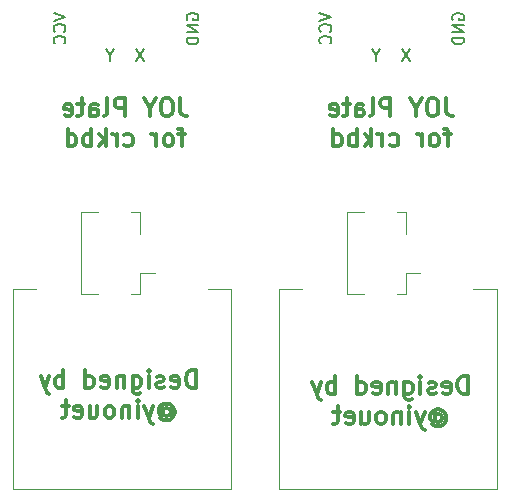
<source format=gbr>
%TF.GenerationSoftware,KiCad,Pcbnew,(5.1.10-1-10_14)*%
%TF.CreationDate,2021-07-07T23:54:26+09:00*%
%TF.ProjectId,StickPlate,53746963-6b50-46c6-9174-652e6b696361,rev?*%
%TF.SameCoordinates,Original*%
%TF.FileFunction,Legend,Bot*%
%TF.FilePolarity,Positive*%
%FSLAX46Y46*%
G04 Gerber Fmt 4.6, Leading zero omitted, Abs format (unit mm)*
G04 Created by KiCad (PCBNEW (5.1.10-1-10_14)) date 2021-07-07 23:54:26*
%MOMM*%
%LPD*%
G01*
G04 APERTURE LIST*
%ADD10C,0.120000*%
%ADD11C,0.300000*%
%ADD12C,0.150000*%
G04 APERTURE END LIST*
D10*
X150500000Y-96250000D02*
X148500000Y-96250000D01*
X173000000Y-96250000D02*
X171000000Y-96250000D01*
D11*
X146178571Y-80153571D02*
X146178571Y-81225000D01*
X146250000Y-81439285D01*
X146392857Y-81582142D01*
X146607142Y-81653571D01*
X146750000Y-81653571D01*
X145178571Y-80153571D02*
X144892857Y-80153571D01*
X144750000Y-80225000D01*
X144607142Y-80367857D01*
X144535714Y-80653571D01*
X144535714Y-81153571D01*
X144607142Y-81439285D01*
X144750000Y-81582142D01*
X144892857Y-81653571D01*
X145178571Y-81653571D01*
X145321428Y-81582142D01*
X145464285Y-81439285D01*
X145535714Y-81153571D01*
X145535714Y-80653571D01*
X145464285Y-80367857D01*
X145321428Y-80225000D01*
X145178571Y-80153571D01*
X143607142Y-80939285D02*
X143607142Y-81653571D01*
X144107142Y-80153571D02*
X143607142Y-80939285D01*
X143107142Y-80153571D01*
X141464285Y-81653571D02*
X141464285Y-80153571D01*
X140892857Y-80153571D01*
X140750000Y-80225000D01*
X140678571Y-80296428D01*
X140607142Y-80439285D01*
X140607142Y-80653571D01*
X140678571Y-80796428D01*
X140750000Y-80867857D01*
X140892857Y-80939285D01*
X141464285Y-80939285D01*
X139750000Y-81653571D02*
X139892857Y-81582142D01*
X139964285Y-81439285D01*
X139964285Y-80153571D01*
X138535714Y-81653571D02*
X138535714Y-80867857D01*
X138607142Y-80725000D01*
X138750000Y-80653571D01*
X139035714Y-80653571D01*
X139178571Y-80725000D01*
X138535714Y-81582142D02*
X138678571Y-81653571D01*
X139035714Y-81653571D01*
X139178571Y-81582142D01*
X139250000Y-81439285D01*
X139250000Y-81296428D01*
X139178571Y-81153571D01*
X139035714Y-81082142D01*
X138678571Y-81082142D01*
X138535714Y-81010714D01*
X138035714Y-80653571D02*
X137464285Y-80653571D01*
X137821428Y-80153571D02*
X137821428Y-81439285D01*
X137750000Y-81582142D01*
X137607142Y-81653571D01*
X137464285Y-81653571D01*
X136392857Y-81582142D02*
X136535714Y-81653571D01*
X136821428Y-81653571D01*
X136964285Y-81582142D01*
X137035714Y-81439285D01*
X137035714Y-80867857D01*
X136964285Y-80725000D01*
X136821428Y-80653571D01*
X136535714Y-80653571D01*
X136392857Y-80725000D01*
X136321428Y-80867857D01*
X136321428Y-81010714D01*
X137035714Y-81153571D01*
X146571428Y-83203571D02*
X146000000Y-83203571D01*
X146357142Y-84203571D02*
X146357142Y-82917857D01*
X146285714Y-82775000D01*
X146142857Y-82703571D01*
X146000000Y-82703571D01*
X145285714Y-84203571D02*
X145428571Y-84132142D01*
X145500000Y-84060714D01*
X145571428Y-83917857D01*
X145571428Y-83489285D01*
X145500000Y-83346428D01*
X145428571Y-83275000D01*
X145285714Y-83203571D01*
X145071428Y-83203571D01*
X144928571Y-83275000D01*
X144857142Y-83346428D01*
X144785714Y-83489285D01*
X144785714Y-83917857D01*
X144857142Y-84060714D01*
X144928571Y-84132142D01*
X145071428Y-84203571D01*
X145285714Y-84203571D01*
X144142857Y-84203571D02*
X144142857Y-83203571D01*
X144142857Y-83489285D02*
X144071428Y-83346428D01*
X144000000Y-83275000D01*
X143857142Y-83203571D01*
X143714285Y-83203571D01*
X141428571Y-84132142D02*
X141571428Y-84203571D01*
X141857142Y-84203571D01*
X142000000Y-84132142D01*
X142071428Y-84060714D01*
X142142857Y-83917857D01*
X142142857Y-83489285D01*
X142071428Y-83346428D01*
X142000000Y-83275000D01*
X141857142Y-83203571D01*
X141571428Y-83203571D01*
X141428571Y-83275000D01*
X140785714Y-84203571D02*
X140785714Y-83203571D01*
X140785714Y-83489285D02*
X140714285Y-83346428D01*
X140642857Y-83275000D01*
X140500000Y-83203571D01*
X140357142Y-83203571D01*
X139857142Y-84203571D02*
X139857142Y-82703571D01*
X139714285Y-83632142D02*
X139285714Y-84203571D01*
X139285714Y-83203571D02*
X139857142Y-83775000D01*
X138642857Y-84203571D02*
X138642857Y-82703571D01*
X138642857Y-83275000D02*
X138500000Y-83203571D01*
X138214285Y-83203571D01*
X138071428Y-83275000D01*
X138000000Y-83346428D01*
X137928571Y-83489285D01*
X137928571Y-83917857D01*
X138000000Y-84060714D01*
X138071428Y-84132142D01*
X138214285Y-84203571D01*
X138500000Y-84203571D01*
X138642857Y-84132142D01*
X136642857Y-84203571D02*
X136642857Y-82703571D01*
X136642857Y-84132142D02*
X136785714Y-84203571D01*
X137071428Y-84203571D01*
X137214285Y-84132142D01*
X137285714Y-84060714D01*
X137357142Y-83917857D01*
X137357142Y-83489285D01*
X137285714Y-83346428D01*
X137214285Y-83275000D01*
X137071428Y-83203571D01*
X136785714Y-83203571D01*
X136642857Y-83275000D01*
X170500000Y-105153571D02*
X170500000Y-103653571D01*
X170142857Y-103653571D01*
X169928571Y-103725000D01*
X169785714Y-103867857D01*
X169714285Y-104010714D01*
X169642857Y-104296428D01*
X169642857Y-104510714D01*
X169714285Y-104796428D01*
X169785714Y-104939285D01*
X169928571Y-105082142D01*
X170142857Y-105153571D01*
X170500000Y-105153571D01*
X168428571Y-105082142D02*
X168571428Y-105153571D01*
X168857142Y-105153571D01*
X169000000Y-105082142D01*
X169071428Y-104939285D01*
X169071428Y-104367857D01*
X169000000Y-104225000D01*
X168857142Y-104153571D01*
X168571428Y-104153571D01*
X168428571Y-104225000D01*
X168357142Y-104367857D01*
X168357142Y-104510714D01*
X169071428Y-104653571D01*
X167785714Y-105082142D02*
X167642857Y-105153571D01*
X167357142Y-105153571D01*
X167214285Y-105082142D01*
X167142857Y-104939285D01*
X167142857Y-104867857D01*
X167214285Y-104725000D01*
X167357142Y-104653571D01*
X167571428Y-104653571D01*
X167714285Y-104582142D01*
X167785714Y-104439285D01*
X167785714Y-104367857D01*
X167714285Y-104225000D01*
X167571428Y-104153571D01*
X167357142Y-104153571D01*
X167214285Y-104225000D01*
X166500000Y-105153571D02*
X166500000Y-104153571D01*
X166500000Y-103653571D02*
X166571428Y-103725000D01*
X166500000Y-103796428D01*
X166428571Y-103725000D01*
X166500000Y-103653571D01*
X166500000Y-103796428D01*
X165142857Y-104153571D02*
X165142857Y-105367857D01*
X165214285Y-105510714D01*
X165285714Y-105582142D01*
X165428571Y-105653571D01*
X165642857Y-105653571D01*
X165785714Y-105582142D01*
X165142857Y-105082142D02*
X165285714Y-105153571D01*
X165571428Y-105153571D01*
X165714285Y-105082142D01*
X165785714Y-105010714D01*
X165857142Y-104867857D01*
X165857142Y-104439285D01*
X165785714Y-104296428D01*
X165714285Y-104225000D01*
X165571428Y-104153571D01*
X165285714Y-104153571D01*
X165142857Y-104225000D01*
X164428571Y-104153571D02*
X164428571Y-105153571D01*
X164428571Y-104296428D02*
X164357142Y-104225000D01*
X164214285Y-104153571D01*
X164000000Y-104153571D01*
X163857142Y-104225000D01*
X163785714Y-104367857D01*
X163785714Y-105153571D01*
X162500000Y-105082142D02*
X162642857Y-105153571D01*
X162928571Y-105153571D01*
X163071428Y-105082142D01*
X163142857Y-104939285D01*
X163142857Y-104367857D01*
X163071428Y-104225000D01*
X162928571Y-104153571D01*
X162642857Y-104153571D01*
X162500000Y-104225000D01*
X162428571Y-104367857D01*
X162428571Y-104510714D01*
X163142857Y-104653571D01*
X161142857Y-105153571D02*
X161142857Y-103653571D01*
X161142857Y-105082142D02*
X161285714Y-105153571D01*
X161571428Y-105153571D01*
X161714285Y-105082142D01*
X161785714Y-105010714D01*
X161857142Y-104867857D01*
X161857142Y-104439285D01*
X161785714Y-104296428D01*
X161714285Y-104225000D01*
X161571428Y-104153571D01*
X161285714Y-104153571D01*
X161142857Y-104225000D01*
X159285714Y-105153571D02*
X159285714Y-103653571D01*
X159285714Y-104225000D02*
X159142857Y-104153571D01*
X158857142Y-104153571D01*
X158714285Y-104225000D01*
X158642857Y-104296428D01*
X158571428Y-104439285D01*
X158571428Y-104867857D01*
X158642857Y-105010714D01*
X158714285Y-105082142D01*
X158857142Y-105153571D01*
X159142857Y-105153571D01*
X159285714Y-105082142D01*
X158071428Y-104153571D02*
X157714285Y-105153571D01*
X157357142Y-104153571D02*
X157714285Y-105153571D01*
X157857142Y-105510714D01*
X157928571Y-105582142D01*
X158071428Y-105653571D01*
X167714285Y-106989285D02*
X167785714Y-106917857D01*
X167928571Y-106846428D01*
X168071428Y-106846428D01*
X168214285Y-106917857D01*
X168285714Y-106989285D01*
X168357142Y-107132142D01*
X168357142Y-107275000D01*
X168285714Y-107417857D01*
X168214285Y-107489285D01*
X168071428Y-107560714D01*
X167928571Y-107560714D01*
X167785714Y-107489285D01*
X167714285Y-107417857D01*
X167714285Y-106846428D02*
X167714285Y-107417857D01*
X167642857Y-107489285D01*
X167571428Y-107489285D01*
X167428571Y-107417857D01*
X167357142Y-107275000D01*
X167357142Y-106917857D01*
X167500000Y-106703571D01*
X167714285Y-106560714D01*
X168000000Y-106489285D01*
X168285714Y-106560714D01*
X168500000Y-106703571D01*
X168642857Y-106917857D01*
X168714285Y-107203571D01*
X168642857Y-107489285D01*
X168500000Y-107703571D01*
X168285714Y-107846428D01*
X168000000Y-107917857D01*
X167714285Y-107846428D01*
X167500000Y-107703571D01*
X166857142Y-106703571D02*
X166500000Y-107703571D01*
X166142857Y-106703571D02*
X166500000Y-107703571D01*
X166642857Y-108060714D01*
X166714285Y-108132142D01*
X166857142Y-108203571D01*
X165571428Y-107703571D02*
X165571428Y-106703571D01*
X165571428Y-106203571D02*
X165642857Y-106275000D01*
X165571428Y-106346428D01*
X165500000Y-106275000D01*
X165571428Y-106203571D01*
X165571428Y-106346428D01*
X164857142Y-106703571D02*
X164857142Y-107703571D01*
X164857142Y-106846428D02*
X164785714Y-106775000D01*
X164642857Y-106703571D01*
X164428571Y-106703571D01*
X164285714Y-106775000D01*
X164214285Y-106917857D01*
X164214285Y-107703571D01*
X163285714Y-107703571D02*
X163428571Y-107632142D01*
X163500000Y-107560714D01*
X163571428Y-107417857D01*
X163571428Y-106989285D01*
X163500000Y-106846428D01*
X163428571Y-106775000D01*
X163285714Y-106703571D01*
X163071428Y-106703571D01*
X162928571Y-106775000D01*
X162857142Y-106846428D01*
X162785714Y-106989285D01*
X162785714Y-107417857D01*
X162857142Y-107560714D01*
X162928571Y-107632142D01*
X163071428Y-107703571D01*
X163285714Y-107703571D01*
X161500000Y-106703571D02*
X161500000Y-107703571D01*
X162142857Y-106703571D02*
X162142857Y-107489285D01*
X162071428Y-107632142D01*
X161928571Y-107703571D01*
X161714285Y-107703571D01*
X161571428Y-107632142D01*
X161500000Y-107560714D01*
X160214285Y-107632142D02*
X160357142Y-107703571D01*
X160642857Y-107703571D01*
X160785714Y-107632142D01*
X160857142Y-107489285D01*
X160857142Y-106917857D01*
X160785714Y-106775000D01*
X160642857Y-106703571D01*
X160357142Y-106703571D01*
X160214285Y-106775000D01*
X160142857Y-106917857D01*
X160142857Y-107060714D01*
X160857142Y-107203571D01*
X159714285Y-106703571D02*
X159142857Y-106703571D01*
X159500000Y-106203571D02*
X159500000Y-107489285D01*
X159428571Y-107632142D01*
X159285714Y-107703571D01*
X159142857Y-107703571D01*
X147500000Y-104653571D02*
X147500000Y-103153571D01*
X147142857Y-103153571D01*
X146928571Y-103225000D01*
X146785714Y-103367857D01*
X146714285Y-103510714D01*
X146642857Y-103796428D01*
X146642857Y-104010714D01*
X146714285Y-104296428D01*
X146785714Y-104439285D01*
X146928571Y-104582142D01*
X147142857Y-104653571D01*
X147500000Y-104653571D01*
X145428571Y-104582142D02*
X145571428Y-104653571D01*
X145857142Y-104653571D01*
X146000000Y-104582142D01*
X146071428Y-104439285D01*
X146071428Y-103867857D01*
X146000000Y-103725000D01*
X145857142Y-103653571D01*
X145571428Y-103653571D01*
X145428571Y-103725000D01*
X145357142Y-103867857D01*
X145357142Y-104010714D01*
X146071428Y-104153571D01*
X144785714Y-104582142D02*
X144642857Y-104653571D01*
X144357142Y-104653571D01*
X144214285Y-104582142D01*
X144142857Y-104439285D01*
X144142857Y-104367857D01*
X144214285Y-104225000D01*
X144357142Y-104153571D01*
X144571428Y-104153571D01*
X144714285Y-104082142D01*
X144785714Y-103939285D01*
X144785714Y-103867857D01*
X144714285Y-103725000D01*
X144571428Y-103653571D01*
X144357142Y-103653571D01*
X144214285Y-103725000D01*
X143500000Y-104653571D02*
X143500000Y-103653571D01*
X143500000Y-103153571D02*
X143571428Y-103225000D01*
X143500000Y-103296428D01*
X143428571Y-103225000D01*
X143500000Y-103153571D01*
X143500000Y-103296428D01*
X142142857Y-103653571D02*
X142142857Y-104867857D01*
X142214285Y-105010714D01*
X142285714Y-105082142D01*
X142428571Y-105153571D01*
X142642857Y-105153571D01*
X142785714Y-105082142D01*
X142142857Y-104582142D02*
X142285714Y-104653571D01*
X142571428Y-104653571D01*
X142714285Y-104582142D01*
X142785714Y-104510714D01*
X142857142Y-104367857D01*
X142857142Y-103939285D01*
X142785714Y-103796428D01*
X142714285Y-103725000D01*
X142571428Y-103653571D01*
X142285714Y-103653571D01*
X142142857Y-103725000D01*
X141428571Y-103653571D02*
X141428571Y-104653571D01*
X141428571Y-103796428D02*
X141357142Y-103725000D01*
X141214285Y-103653571D01*
X141000000Y-103653571D01*
X140857142Y-103725000D01*
X140785714Y-103867857D01*
X140785714Y-104653571D01*
X139500000Y-104582142D02*
X139642857Y-104653571D01*
X139928571Y-104653571D01*
X140071428Y-104582142D01*
X140142857Y-104439285D01*
X140142857Y-103867857D01*
X140071428Y-103725000D01*
X139928571Y-103653571D01*
X139642857Y-103653571D01*
X139500000Y-103725000D01*
X139428571Y-103867857D01*
X139428571Y-104010714D01*
X140142857Y-104153571D01*
X138142857Y-104653571D02*
X138142857Y-103153571D01*
X138142857Y-104582142D02*
X138285714Y-104653571D01*
X138571428Y-104653571D01*
X138714285Y-104582142D01*
X138785714Y-104510714D01*
X138857142Y-104367857D01*
X138857142Y-103939285D01*
X138785714Y-103796428D01*
X138714285Y-103725000D01*
X138571428Y-103653571D01*
X138285714Y-103653571D01*
X138142857Y-103725000D01*
X136285714Y-104653571D02*
X136285714Y-103153571D01*
X136285714Y-103725000D02*
X136142857Y-103653571D01*
X135857142Y-103653571D01*
X135714285Y-103725000D01*
X135642857Y-103796428D01*
X135571428Y-103939285D01*
X135571428Y-104367857D01*
X135642857Y-104510714D01*
X135714285Y-104582142D01*
X135857142Y-104653571D01*
X136142857Y-104653571D01*
X136285714Y-104582142D01*
X135071428Y-103653571D02*
X134714285Y-104653571D01*
X134357142Y-103653571D02*
X134714285Y-104653571D01*
X134857142Y-105010714D01*
X134928571Y-105082142D01*
X135071428Y-105153571D01*
X144714285Y-106489285D02*
X144785714Y-106417857D01*
X144928571Y-106346428D01*
X145071428Y-106346428D01*
X145214285Y-106417857D01*
X145285714Y-106489285D01*
X145357142Y-106632142D01*
X145357142Y-106775000D01*
X145285714Y-106917857D01*
X145214285Y-106989285D01*
X145071428Y-107060714D01*
X144928571Y-107060714D01*
X144785714Y-106989285D01*
X144714285Y-106917857D01*
X144714285Y-106346428D02*
X144714285Y-106917857D01*
X144642857Y-106989285D01*
X144571428Y-106989285D01*
X144428571Y-106917857D01*
X144357142Y-106775000D01*
X144357142Y-106417857D01*
X144500000Y-106203571D01*
X144714285Y-106060714D01*
X145000000Y-105989285D01*
X145285714Y-106060714D01*
X145500000Y-106203571D01*
X145642857Y-106417857D01*
X145714285Y-106703571D01*
X145642857Y-106989285D01*
X145500000Y-107203571D01*
X145285714Y-107346428D01*
X145000000Y-107417857D01*
X144714285Y-107346428D01*
X144500000Y-107203571D01*
X143857142Y-106203571D02*
X143500000Y-107203571D01*
X143142857Y-106203571D02*
X143500000Y-107203571D01*
X143642857Y-107560714D01*
X143714285Y-107632142D01*
X143857142Y-107703571D01*
X142571428Y-107203571D02*
X142571428Y-106203571D01*
X142571428Y-105703571D02*
X142642857Y-105775000D01*
X142571428Y-105846428D01*
X142500000Y-105775000D01*
X142571428Y-105703571D01*
X142571428Y-105846428D01*
X141857142Y-106203571D02*
X141857142Y-107203571D01*
X141857142Y-106346428D02*
X141785714Y-106275000D01*
X141642857Y-106203571D01*
X141428571Y-106203571D01*
X141285714Y-106275000D01*
X141214285Y-106417857D01*
X141214285Y-107203571D01*
X140285714Y-107203571D02*
X140428571Y-107132142D01*
X140500000Y-107060714D01*
X140571428Y-106917857D01*
X140571428Y-106489285D01*
X140500000Y-106346428D01*
X140428571Y-106275000D01*
X140285714Y-106203571D01*
X140071428Y-106203571D01*
X139928571Y-106275000D01*
X139857142Y-106346428D01*
X139785714Y-106489285D01*
X139785714Y-106917857D01*
X139857142Y-107060714D01*
X139928571Y-107132142D01*
X140071428Y-107203571D01*
X140285714Y-107203571D01*
X138500000Y-106203571D02*
X138500000Y-107203571D01*
X139142857Y-106203571D02*
X139142857Y-106989285D01*
X139071428Y-107132142D01*
X138928571Y-107203571D01*
X138714285Y-107203571D01*
X138571428Y-107132142D01*
X138500000Y-107060714D01*
X137214285Y-107132142D02*
X137357142Y-107203571D01*
X137642857Y-107203571D01*
X137785714Y-107132142D01*
X137857142Y-106989285D01*
X137857142Y-106417857D01*
X137785714Y-106275000D01*
X137642857Y-106203571D01*
X137357142Y-106203571D01*
X137214285Y-106275000D01*
X137142857Y-106417857D01*
X137142857Y-106560714D01*
X137857142Y-106703571D01*
X136714285Y-106203571D02*
X136142857Y-106203571D01*
X136500000Y-105703571D02*
X136500000Y-106989285D01*
X136428571Y-107132142D01*
X136285714Y-107203571D01*
X136142857Y-107203571D01*
D10*
X154500000Y-113250000D02*
X173000000Y-113250000D01*
X173000000Y-113250000D02*
X173000000Y-96250000D01*
X154500000Y-113250000D02*
X173000000Y-113250000D01*
X154500000Y-96250000D02*
X154500000Y-113250000D01*
X156500000Y-96250000D02*
X154500000Y-96250000D01*
D12*
X162750000Y-76476190D02*
X162750000Y-76952380D01*
X163083333Y-75952380D02*
X162750000Y-76476190D01*
X162416666Y-75952380D01*
X165583333Y-75952380D02*
X164916666Y-76952380D01*
X164916666Y-75952380D02*
X165583333Y-76952380D01*
X157952380Y-72916666D02*
X158952380Y-73250000D01*
X157952380Y-73583333D01*
X158857142Y-74488095D02*
X158904761Y-74440476D01*
X158952380Y-74297619D01*
X158952380Y-74202380D01*
X158904761Y-74059523D01*
X158809523Y-73964285D01*
X158714285Y-73916666D01*
X158523809Y-73869047D01*
X158380952Y-73869047D01*
X158190476Y-73916666D01*
X158095238Y-73964285D01*
X158000000Y-74059523D01*
X157952380Y-74202380D01*
X157952380Y-74297619D01*
X158000000Y-74440476D01*
X158047619Y-74488095D01*
X158857142Y-75488095D02*
X158904761Y-75440476D01*
X158952380Y-75297619D01*
X158952380Y-75202380D01*
X158904761Y-75059523D01*
X158809523Y-74964285D01*
X158714285Y-74916666D01*
X158523809Y-74869047D01*
X158380952Y-74869047D01*
X158190476Y-74916666D01*
X158095238Y-74964285D01*
X158000000Y-75059523D01*
X157952380Y-75202380D01*
X157952380Y-75297619D01*
X158000000Y-75440476D01*
X158047619Y-75488095D01*
X169250000Y-73488095D02*
X169202380Y-73392857D01*
X169202380Y-73250000D01*
X169250000Y-73107142D01*
X169345238Y-73011904D01*
X169440476Y-72964285D01*
X169630952Y-72916666D01*
X169773809Y-72916666D01*
X169964285Y-72964285D01*
X170059523Y-73011904D01*
X170154761Y-73107142D01*
X170202380Y-73250000D01*
X170202380Y-73345238D01*
X170154761Y-73488095D01*
X170107142Y-73535714D01*
X169773809Y-73535714D01*
X169773809Y-73345238D01*
X170202380Y-73964285D02*
X169202380Y-73964285D01*
X170202380Y-74535714D01*
X169202380Y-74535714D01*
X170202380Y-75011904D02*
X169202380Y-75011904D01*
X169202380Y-75250000D01*
X169250000Y-75392857D01*
X169345238Y-75488095D01*
X169440476Y-75535714D01*
X169630952Y-75583333D01*
X169773809Y-75583333D01*
X169964285Y-75535714D01*
X170059523Y-75488095D01*
X170154761Y-75392857D01*
X170202380Y-75250000D01*
X170202380Y-75011904D01*
D11*
X168678571Y-80153571D02*
X168678571Y-81225000D01*
X168750000Y-81439285D01*
X168892857Y-81582142D01*
X169107142Y-81653571D01*
X169250000Y-81653571D01*
X167678571Y-80153571D02*
X167392857Y-80153571D01*
X167250000Y-80225000D01*
X167107142Y-80367857D01*
X167035714Y-80653571D01*
X167035714Y-81153571D01*
X167107142Y-81439285D01*
X167250000Y-81582142D01*
X167392857Y-81653571D01*
X167678571Y-81653571D01*
X167821428Y-81582142D01*
X167964285Y-81439285D01*
X168035714Y-81153571D01*
X168035714Y-80653571D01*
X167964285Y-80367857D01*
X167821428Y-80225000D01*
X167678571Y-80153571D01*
X166107142Y-80939285D02*
X166107142Y-81653571D01*
X166607142Y-80153571D02*
X166107142Y-80939285D01*
X165607142Y-80153571D01*
X163964285Y-81653571D02*
X163964285Y-80153571D01*
X163392857Y-80153571D01*
X163250000Y-80225000D01*
X163178571Y-80296428D01*
X163107142Y-80439285D01*
X163107142Y-80653571D01*
X163178571Y-80796428D01*
X163250000Y-80867857D01*
X163392857Y-80939285D01*
X163964285Y-80939285D01*
X162250000Y-81653571D02*
X162392857Y-81582142D01*
X162464285Y-81439285D01*
X162464285Y-80153571D01*
X161035714Y-81653571D02*
X161035714Y-80867857D01*
X161107142Y-80725000D01*
X161250000Y-80653571D01*
X161535714Y-80653571D01*
X161678571Y-80725000D01*
X161035714Y-81582142D02*
X161178571Y-81653571D01*
X161535714Y-81653571D01*
X161678571Y-81582142D01*
X161750000Y-81439285D01*
X161750000Y-81296428D01*
X161678571Y-81153571D01*
X161535714Y-81082142D01*
X161178571Y-81082142D01*
X161035714Y-81010714D01*
X160535714Y-80653571D02*
X159964285Y-80653571D01*
X160321428Y-80153571D02*
X160321428Y-81439285D01*
X160250000Y-81582142D01*
X160107142Y-81653571D01*
X159964285Y-81653571D01*
X158892857Y-81582142D02*
X159035714Y-81653571D01*
X159321428Y-81653571D01*
X159464285Y-81582142D01*
X159535714Y-81439285D01*
X159535714Y-80867857D01*
X159464285Y-80725000D01*
X159321428Y-80653571D01*
X159035714Y-80653571D01*
X158892857Y-80725000D01*
X158821428Y-80867857D01*
X158821428Y-81010714D01*
X159535714Y-81153571D01*
X169071428Y-83203571D02*
X168500000Y-83203571D01*
X168857142Y-84203571D02*
X168857142Y-82917857D01*
X168785714Y-82775000D01*
X168642857Y-82703571D01*
X168500000Y-82703571D01*
X167785714Y-84203571D02*
X167928571Y-84132142D01*
X168000000Y-84060714D01*
X168071428Y-83917857D01*
X168071428Y-83489285D01*
X168000000Y-83346428D01*
X167928571Y-83275000D01*
X167785714Y-83203571D01*
X167571428Y-83203571D01*
X167428571Y-83275000D01*
X167357142Y-83346428D01*
X167285714Y-83489285D01*
X167285714Y-83917857D01*
X167357142Y-84060714D01*
X167428571Y-84132142D01*
X167571428Y-84203571D01*
X167785714Y-84203571D01*
X166642857Y-84203571D02*
X166642857Y-83203571D01*
X166642857Y-83489285D02*
X166571428Y-83346428D01*
X166500000Y-83275000D01*
X166357142Y-83203571D01*
X166214285Y-83203571D01*
X163928571Y-84132142D02*
X164071428Y-84203571D01*
X164357142Y-84203571D01*
X164500000Y-84132142D01*
X164571428Y-84060714D01*
X164642857Y-83917857D01*
X164642857Y-83489285D01*
X164571428Y-83346428D01*
X164500000Y-83275000D01*
X164357142Y-83203571D01*
X164071428Y-83203571D01*
X163928571Y-83275000D01*
X163285714Y-84203571D02*
X163285714Y-83203571D01*
X163285714Y-83489285D02*
X163214285Y-83346428D01*
X163142857Y-83275000D01*
X163000000Y-83203571D01*
X162857142Y-83203571D01*
X162357142Y-84203571D02*
X162357142Y-82703571D01*
X162214285Y-83632142D02*
X161785714Y-84203571D01*
X161785714Y-83203571D02*
X162357142Y-83775000D01*
X161142857Y-84203571D02*
X161142857Y-82703571D01*
X161142857Y-83275000D02*
X161000000Y-83203571D01*
X160714285Y-83203571D01*
X160571428Y-83275000D01*
X160500000Y-83346428D01*
X160428571Y-83489285D01*
X160428571Y-83917857D01*
X160500000Y-84060714D01*
X160571428Y-84132142D01*
X160714285Y-84203571D01*
X161000000Y-84203571D01*
X161142857Y-84132142D01*
X159142857Y-84203571D02*
X159142857Y-82703571D01*
X159142857Y-84132142D02*
X159285714Y-84203571D01*
X159571428Y-84203571D01*
X159714285Y-84132142D01*
X159785714Y-84060714D01*
X159857142Y-83917857D01*
X159857142Y-83489285D01*
X159785714Y-83346428D01*
X159714285Y-83275000D01*
X159571428Y-83203571D01*
X159285714Y-83203571D01*
X159142857Y-83275000D01*
D10*
X150500000Y-113250000D02*
X150500000Y-96250000D01*
X132000000Y-113250000D02*
X150500000Y-113250000D01*
X132000000Y-96250000D02*
X132000000Y-113250000D01*
X134000000Y-96250000D02*
X132000000Y-96250000D01*
D12*
X135452380Y-72916666D02*
X136452380Y-73250000D01*
X135452380Y-73583333D01*
X136357142Y-74488095D02*
X136404761Y-74440476D01*
X136452380Y-74297619D01*
X136452380Y-74202380D01*
X136404761Y-74059523D01*
X136309523Y-73964285D01*
X136214285Y-73916666D01*
X136023809Y-73869047D01*
X135880952Y-73869047D01*
X135690476Y-73916666D01*
X135595238Y-73964285D01*
X135500000Y-74059523D01*
X135452380Y-74202380D01*
X135452380Y-74297619D01*
X135500000Y-74440476D01*
X135547619Y-74488095D01*
X136357142Y-75488095D02*
X136404761Y-75440476D01*
X136452380Y-75297619D01*
X136452380Y-75202380D01*
X136404761Y-75059523D01*
X136309523Y-74964285D01*
X136214285Y-74916666D01*
X136023809Y-74869047D01*
X135880952Y-74869047D01*
X135690476Y-74916666D01*
X135595238Y-74964285D01*
X135500000Y-75059523D01*
X135452380Y-75202380D01*
X135452380Y-75297619D01*
X135500000Y-75440476D01*
X135547619Y-75488095D01*
X140250000Y-76476190D02*
X140250000Y-76952380D01*
X140583333Y-75952380D02*
X140250000Y-76476190D01*
X139916666Y-75952380D01*
X143083333Y-75952380D02*
X142416666Y-76952380D01*
X142416666Y-75952380D02*
X143083333Y-76952380D01*
X146750000Y-73488095D02*
X146702380Y-73392857D01*
X146702380Y-73250000D01*
X146750000Y-73107142D01*
X146845238Y-73011904D01*
X146940476Y-72964285D01*
X147130952Y-72916666D01*
X147273809Y-72916666D01*
X147464285Y-72964285D01*
X147559523Y-73011904D01*
X147654761Y-73107142D01*
X147702380Y-73250000D01*
X147702380Y-73345238D01*
X147654761Y-73488095D01*
X147607142Y-73535714D01*
X147273809Y-73535714D01*
X147273809Y-73345238D01*
X147702380Y-73964285D02*
X146702380Y-73964285D01*
X147702380Y-74535714D01*
X146702380Y-74535714D01*
X147702380Y-75011904D02*
X146702380Y-75011904D01*
X146702380Y-75250000D01*
X146750000Y-75392857D01*
X146845238Y-75488095D01*
X146940476Y-75535714D01*
X147130952Y-75583333D01*
X147273809Y-75583333D01*
X147464285Y-75535714D01*
X147559523Y-75488095D01*
X147654761Y-75392857D01*
X147702380Y-75250000D01*
X147702380Y-75011904D01*
D10*
%TO.C,J4*%
X142800000Y-94910000D02*
X142800000Y-96750000D01*
X142800000Y-96750000D02*
X142000000Y-96750000D01*
X142800000Y-91590000D02*
X142800000Y-89750000D01*
X142800000Y-89750000D02*
X142000000Y-89750000D01*
X139250000Y-96750000D02*
X137760000Y-96750000D01*
X137750000Y-96750000D02*
X137750000Y-89750000D01*
X137750000Y-89750000D02*
X139250000Y-89750000D01*
X142800000Y-94910000D02*
X144000000Y-94910000D01*
%TO.C,J8*%
X165300000Y-94910000D02*
X165300000Y-96750000D01*
X165300000Y-96750000D02*
X164500000Y-96750000D01*
X165300000Y-91590000D02*
X165300000Y-89750000D01*
X165300000Y-89750000D02*
X164500000Y-89750000D01*
X161750000Y-96750000D02*
X160260000Y-96750000D01*
X160250000Y-96750000D02*
X160250000Y-89750000D01*
X160250000Y-89750000D02*
X161750000Y-89750000D01*
X165300000Y-94910000D02*
X166500000Y-94910000D01*
%TD*%
M02*

</source>
